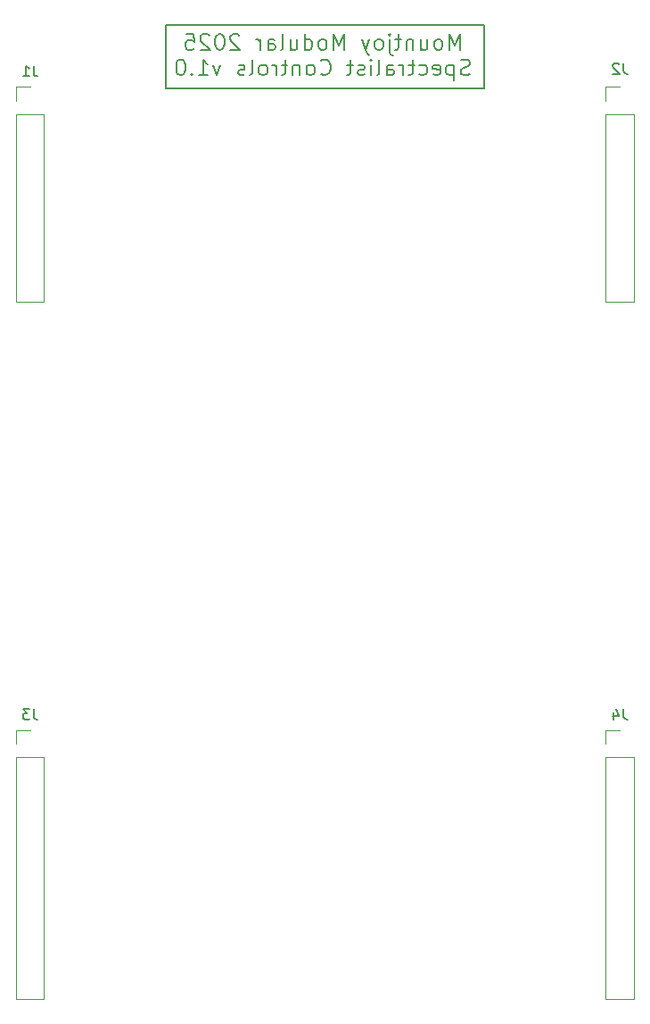
<source format=gbr>
%TF.GenerationSoftware,KiCad,Pcbnew,8.0.7*%
%TF.CreationDate,2025-01-17T12:44:41+00:00*%
%TF.ProjectId,Spectralist_Controls,53706563-7472-4616-9c69-73745f436f6e,rev?*%
%TF.SameCoordinates,Original*%
%TF.FileFunction,Legend,Bot*%
%TF.FilePolarity,Positive*%
%FSLAX46Y46*%
G04 Gerber Fmt 4.6, Leading zero omitted, Abs format (unit mm)*
G04 Created by KiCad (PCBNEW 8.0.7) date 2025-01-17 12:44:41*
%MOMM*%
%LPD*%
G01*
G04 APERTURE LIST*
%ADD10C,0.150000*%
%ADD11C,0.200000*%
%ADD12C,0.120000*%
G04 APERTURE END LIST*
D10*
X114900000Y-50800000D02*
X145100000Y-50800000D01*
X145100000Y-56800000D01*
X114900000Y-56800000D01*
X114900000Y-50800000D01*
D11*
X142799999Y-53176070D02*
X142799999Y-51676070D01*
X142799999Y-51676070D02*
X142299999Y-52747499D01*
X142299999Y-52747499D02*
X141799999Y-51676070D01*
X141799999Y-51676070D02*
X141799999Y-53176070D01*
X140871427Y-53176070D02*
X141014284Y-53104642D01*
X141014284Y-53104642D02*
X141085713Y-53033213D01*
X141085713Y-53033213D02*
X141157141Y-52890356D01*
X141157141Y-52890356D02*
X141157141Y-52461784D01*
X141157141Y-52461784D02*
X141085713Y-52318927D01*
X141085713Y-52318927D02*
X141014284Y-52247499D01*
X141014284Y-52247499D02*
X140871427Y-52176070D01*
X140871427Y-52176070D02*
X140657141Y-52176070D01*
X140657141Y-52176070D02*
X140514284Y-52247499D01*
X140514284Y-52247499D02*
X140442856Y-52318927D01*
X140442856Y-52318927D02*
X140371427Y-52461784D01*
X140371427Y-52461784D02*
X140371427Y-52890356D01*
X140371427Y-52890356D02*
X140442856Y-53033213D01*
X140442856Y-53033213D02*
X140514284Y-53104642D01*
X140514284Y-53104642D02*
X140657141Y-53176070D01*
X140657141Y-53176070D02*
X140871427Y-53176070D01*
X139085713Y-52176070D02*
X139085713Y-53176070D01*
X139728570Y-52176070D02*
X139728570Y-52961784D01*
X139728570Y-52961784D02*
X139657141Y-53104642D01*
X139657141Y-53104642D02*
X139514284Y-53176070D01*
X139514284Y-53176070D02*
X139299998Y-53176070D01*
X139299998Y-53176070D02*
X139157141Y-53104642D01*
X139157141Y-53104642D02*
X139085713Y-53033213D01*
X138371427Y-52176070D02*
X138371427Y-53176070D01*
X138371427Y-52318927D02*
X138299998Y-52247499D01*
X138299998Y-52247499D02*
X138157141Y-52176070D01*
X138157141Y-52176070D02*
X137942855Y-52176070D01*
X137942855Y-52176070D02*
X137799998Y-52247499D01*
X137799998Y-52247499D02*
X137728570Y-52390356D01*
X137728570Y-52390356D02*
X137728570Y-53176070D01*
X137228569Y-52176070D02*
X136657141Y-52176070D01*
X137014284Y-51676070D02*
X137014284Y-52961784D01*
X137014284Y-52961784D02*
X136942855Y-53104642D01*
X136942855Y-53104642D02*
X136799998Y-53176070D01*
X136799998Y-53176070D02*
X136657141Y-53176070D01*
X136157141Y-52176070D02*
X136157141Y-53461784D01*
X136157141Y-53461784D02*
X136228569Y-53604642D01*
X136228569Y-53604642D02*
X136371426Y-53676070D01*
X136371426Y-53676070D02*
X136442855Y-53676070D01*
X136157141Y-51676070D02*
X136228569Y-51747499D01*
X136228569Y-51747499D02*
X136157141Y-51818927D01*
X136157141Y-51818927D02*
X136085712Y-51747499D01*
X136085712Y-51747499D02*
X136157141Y-51676070D01*
X136157141Y-51676070D02*
X136157141Y-51818927D01*
X135228569Y-53176070D02*
X135371426Y-53104642D01*
X135371426Y-53104642D02*
X135442855Y-53033213D01*
X135442855Y-53033213D02*
X135514283Y-52890356D01*
X135514283Y-52890356D02*
X135514283Y-52461784D01*
X135514283Y-52461784D02*
X135442855Y-52318927D01*
X135442855Y-52318927D02*
X135371426Y-52247499D01*
X135371426Y-52247499D02*
X135228569Y-52176070D01*
X135228569Y-52176070D02*
X135014283Y-52176070D01*
X135014283Y-52176070D02*
X134871426Y-52247499D01*
X134871426Y-52247499D02*
X134799998Y-52318927D01*
X134799998Y-52318927D02*
X134728569Y-52461784D01*
X134728569Y-52461784D02*
X134728569Y-52890356D01*
X134728569Y-52890356D02*
X134799998Y-53033213D01*
X134799998Y-53033213D02*
X134871426Y-53104642D01*
X134871426Y-53104642D02*
X135014283Y-53176070D01*
X135014283Y-53176070D02*
X135228569Y-53176070D01*
X134228569Y-52176070D02*
X133871426Y-53176070D01*
X133514283Y-52176070D02*
X133871426Y-53176070D01*
X133871426Y-53176070D02*
X134014283Y-53533213D01*
X134014283Y-53533213D02*
X134085712Y-53604642D01*
X134085712Y-53604642D02*
X134228569Y-53676070D01*
X131799998Y-53176070D02*
X131799998Y-51676070D01*
X131799998Y-51676070D02*
X131299998Y-52747499D01*
X131299998Y-52747499D02*
X130799998Y-51676070D01*
X130799998Y-51676070D02*
X130799998Y-53176070D01*
X129871426Y-53176070D02*
X130014283Y-53104642D01*
X130014283Y-53104642D02*
X130085712Y-53033213D01*
X130085712Y-53033213D02*
X130157140Y-52890356D01*
X130157140Y-52890356D02*
X130157140Y-52461784D01*
X130157140Y-52461784D02*
X130085712Y-52318927D01*
X130085712Y-52318927D02*
X130014283Y-52247499D01*
X130014283Y-52247499D02*
X129871426Y-52176070D01*
X129871426Y-52176070D02*
X129657140Y-52176070D01*
X129657140Y-52176070D02*
X129514283Y-52247499D01*
X129514283Y-52247499D02*
X129442855Y-52318927D01*
X129442855Y-52318927D02*
X129371426Y-52461784D01*
X129371426Y-52461784D02*
X129371426Y-52890356D01*
X129371426Y-52890356D02*
X129442855Y-53033213D01*
X129442855Y-53033213D02*
X129514283Y-53104642D01*
X129514283Y-53104642D02*
X129657140Y-53176070D01*
X129657140Y-53176070D02*
X129871426Y-53176070D01*
X128085712Y-53176070D02*
X128085712Y-51676070D01*
X128085712Y-53104642D02*
X128228569Y-53176070D01*
X128228569Y-53176070D02*
X128514283Y-53176070D01*
X128514283Y-53176070D02*
X128657140Y-53104642D01*
X128657140Y-53104642D02*
X128728569Y-53033213D01*
X128728569Y-53033213D02*
X128799997Y-52890356D01*
X128799997Y-52890356D02*
X128799997Y-52461784D01*
X128799997Y-52461784D02*
X128728569Y-52318927D01*
X128728569Y-52318927D02*
X128657140Y-52247499D01*
X128657140Y-52247499D02*
X128514283Y-52176070D01*
X128514283Y-52176070D02*
X128228569Y-52176070D01*
X128228569Y-52176070D02*
X128085712Y-52247499D01*
X126728569Y-52176070D02*
X126728569Y-53176070D01*
X127371426Y-52176070D02*
X127371426Y-52961784D01*
X127371426Y-52961784D02*
X127299997Y-53104642D01*
X127299997Y-53104642D02*
X127157140Y-53176070D01*
X127157140Y-53176070D02*
X126942854Y-53176070D01*
X126942854Y-53176070D02*
X126799997Y-53104642D01*
X126799997Y-53104642D02*
X126728569Y-53033213D01*
X125799997Y-53176070D02*
X125942854Y-53104642D01*
X125942854Y-53104642D02*
X126014283Y-52961784D01*
X126014283Y-52961784D02*
X126014283Y-51676070D01*
X124585712Y-53176070D02*
X124585712Y-52390356D01*
X124585712Y-52390356D02*
X124657140Y-52247499D01*
X124657140Y-52247499D02*
X124799997Y-52176070D01*
X124799997Y-52176070D02*
X125085712Y-52176070D01*
X125085712Y-52176070D02*
X125228569Y-52247499D01*
X124585712Y-53104642D02*
X124728569Y-53176070D01*
X124728569Y-53176070D02*
X125085712Y-53176070D01*
X125085712Y-53176070D02*
X125228569Y-53104642D01*
X125228569Y-53104642D02*
X125299997Y-52961784D01*
X125299997Y-52961784D02*
X125299997Y-52818927D01*
X125299997Y-52818927D02*
X125228569Y-52676070D01*
X125228569Y-52676070D02*
X125085712Y-52604642D01*
X125085712Y-52604642D02*
X124728569Y-52604642D01*
X124728569Y-52604642D02*
X124585712Y-52533213D01*
X123871426Y-53176070D02*
X123871426Y-52176070D01*
X123871426Y-52461784D02*
X123799997Y-52318927D01*
X123799997Y-52318927D02*
X123728569Y-52247499D01*
X123728569Y-52247499D02*
X123585711Y-52176070D01*
X123585711Y-52176070D02*
X123442854Y-52176070D01*
X121871426Y-51818927D02*
X121799998Y-51747499D01*
X121799998Y-51747499D02*
X121657141Y-51676070D01*
X121657141Y-51676070D02*
X121299998Y-51676070D01*
X121299998Y-51676070D02*
X121157141Y-51747499D01*
X121157141Y-51747499D02*
X121085712Y-51818927D01*
X121085712Y-51818927D02*
X121014283Y-51961784D01*
X121014283Y-51961784D02*
X121014283Y-52104642D01*
X121014283Y-52104642D02*
X121085712Y-52318927D01*
X121085712Y-52318927D02*
X121942855Y-53176070D01*
X121942855Y-53176070D02*
X121014283Y-53176070D01*
X120085712Y-51676070D02*
X119942855Y-51676070D01*
X119942855Y-51676070D02*
X119799998Y-51747499D01*
X119799998Y-51747499D02*
X119728570Y-51818927D01*
X119728570Y-51818927D02*
X119657141Y-51961784D01*
X119657141Y-51961784D02*
X119585712Y-52247499D01*
X119585712Y-52247499D02*
X119585712Y-52604642D01*
X119585712Y-52604642D02*
X119657141Y-52890356D01*
X119657141Y-52890356D02*
X119728570Y-53033213D01*
X119728570Y-53033213D02*
X119799998Y-53104642D01*
X119799998Y-53104642D02*
X119942855Y-53176070D01*
X119942855Y-53176070D02*
X120085712Y-53176070D01*
X120085712Y-53176070D02*
X120228570Y-53104642D01*
X120228570Y-53104642D02*
X120299998Y-53033213D01*
X120299998Y-53033213D02*
X120371427Y-52890356D01*
X120371427Y-52890356D02*
X120442855Y-52604642D01*
X120442855Y-52604642D02*
X120442855Y-52247499D01*
X120442855Y-52247499D02*
X120371427Y-51961784D01*
X120371427Y-51961784D02*
X120299998Y-51818927D01*
X120299998Y-51818927D02*
X120228570Y-51747499D01*
X120228570Y-51747499D02*
X120085712Y-51676070D01*
X119014284Y-51818927D02*
X118942856Y-51747499D01*
X118942856Y-51747499D02*
X118799999Y-51676070D01*
X118799999Y-51676070D02*
X118442856Y-51676070D01*
X118442856Y-51676070D02*
X118299999Y-51747499D01*
X118299999Y-51747499D02*
X118228570Y-51818927D01*
X118228570Y-51818927D02*
X118157141Y-51961784D01*
X118157141Y-51961784D02*
X118157141Y-52104642D01*
X118157141Y-52104642D02*
X118228570Y-52318927D01*
X118228570Y-52318927D02*
X119085713Y-53176070D01*
X119085713Y-53176070D02*
X118157141Y-53176070D01*
X116799999Y-51676070D02*
X117514285Y-51676070D01*
X117514285Y-51676070D02*
X117585713Y-52390356D01*
X117585713Y-52390356D02*
X117514285Y-52318927D01*
X117514285Y-52318927D02*
X117371428Y-52247499D01*
X117371428Y-52247499D02*
X117014285Y-52247499D01*
X117014285Y-52247499D02*
X116871428Y-52318927D01*
X116871428Y-52318927D02*
X116799999Y-52390356D01*
X116799999Y-52390356D02*
X116728570Y-52533213D01*
X116728570Y-52533213D02*
X116728570Y-52890356D01*
X116728570Y-52890356D02*
X116799999Y-53033213D01*
X116799999Y-53033213D02*
X116871428Y-53104642D01*
X116871428Y-53104642D02*
X117014285Y-53176070D01*
X117014285Y-53176070D02*
X117371428Y-53176070D01*
X117371428Y-53176070D02*
X117514285Y-53104642D01*
X117514285Y-53104642D02*
X117585713Y-53033213D01*
X143728570Y-55519558D02*
X143514285Y-55590986D01*
X143514285Y-55590986D02*
X143157142Y-55590986D01*
X143157142Y-55590986D02*
X143014285Y-55519558D01*
X143014285Y-55519558D02*
X142942856Y-55448129D01*
X142942856Y-55448129D02*
X142871427Y-55305272D01*
X142871427Y-55305272D02*
X142871427Y-55162415D01*
X142871427Y-55162415D02*
X142942856Y-55019558D01*
X142942856Y-55019558D02*
X143014285Y-54948129D01*
X143014285Y-54948129D02*
X143157142Y-54876700D01*
X143157142Y-54876700D02*
X143442856Y-54805272D01*
X143442856Y-54805272D02*
X143585713Y-54733843D01*
X143585713Y-54733843D02*
X143657142Y-54662415D01*
X143657142Y-54662415D02*
X143728570Y-54519558D01*
X143728570Y-54519558D02*
X143728570Y-54376700D01*
X143728570Y-54376700D02*
X143657142Y-54233843D01*
X143657142Y-54233843D02*
X143585713Y-54162415D01*
X143585713Y-54162415D02*
X143442856Y-54090986D01*
X143442856Y-54090986D02*
X143085713Y-54090986D01*
X143085713Y-54090986D02*
X142871427Y-54162415D01*
X142228571Y-54590986D02*
X142228571Y-56090986D01*
X142228571Y-54662415D02*
X142085714Y-54590986D01*
X142085714Y-54590986D02*
X141799999Y-54590986D01*
X141799999Y-54590986D02*
X141657142Y-54662415D01*
X141657142Y-54662415D02*
X141585714Y-54733843D01*
X141585714Y-54733843D02*
X141514285Y-54876700D01*
X141514285Y-54876700D02*
X141514285Y-55305272D01*
X141514285Y-55305272D02*
X141585714Y-55448129D01*
X141585714Y-55448129D02*
X141657142Y-55519558D01*
X141657142Y-55519558D02*
X141799999Y-55590986D01*
X141799999Y-55590986D02*
X142085714Y-55590986D01*
X142085714Y-55590986D02*
X142228571Y-55519558D01*
X140299999Y-55519558D02*
X140442856Y-55590986D01*
X140442856Y-55590986D02*
X140728571Y-55590986D01*
X140728571Y-55590986D02*
X140871428Y-55519558D01*
X140871428Y-55519558D02*
X140942856Y-55376700D01*
X140942856Y-55376700D02*
X140942856Y-54805272D01*
X140942856Y-54805272D02*
X140871428Y-54662415D01*
X140871428Y-54662415D02*
X140728571Y-54590986D01*
X140728571Y-54590986D02*
X140442856Y-54590986D01*
X140442856Y-54590986D02*
X140299999Y-54662415D01*
X140299999Y-54662415D02*
X140228571Y-54805272D01*
X140228571Y-54805272D02*
X140228571Y-54948129D01*
X140228571Y-54948129D02*
X140942856Y-55090986D01*
X138942857Y-55519558D02*
X139085714Y-55590986D01*
X139085714Y-55590986D02*
X139371428Y-55590986D01*
X139371428Y-55590986D02*
X139514285Y-55519558D01*
X139514285Y-55519558D02*
X139585714Y-55448129D01*
X139585714Y-55448129D02*
X139657142Y-55305272D01*
X139657142Y-55305272D02*
X139657142Y-54876700D01*
X139657142Y-54876700D02*
X139585714Y-54733843D01*
X139585714Y-54733843D02*
X139514285Y-54662415D01*
X139514285Y-54662415D02*
X139371428Y-54590986D01*
X139371428Y-54590986D02*
X139085714Y-54590986D01*
X139085714Y-54590986D02*
X138942857Y-54662415D01*
X138514285Y-54590986D02*
X137942857Y-54590986D01*
X138300000Y-54090986D02*
X138300000Y-55376700D01*
X138300000Y-55376700D02*
X138228571Y-55519558D01*
X138228571Y-55519558D02*
X138085714Y-55590986D01*
X138085714Y-55590986D02*
X137942857Y-55590986D01*
X137442857Y-55590986D02*
X137442857Y-54590986D01*
X137442857Y-54876700D02*
X137371428Y-54733843D01*
X137371428Y-54733843D02*
X137300000Y-54662415D01*
X137300000Y-54662415D02*
X137157142Y-54590986D01*
X137157142Y-54590986D02*
X137014285Y-54590986D01*
X135871429Y-55590986D02*
X135871429Y-54805272D01*
X135871429Y-54805272D02*
X135942857Y-54662415D01*
X135942857Y-54662415D02*
X136085714Y-54590986D01*
X136085714Y-54590986D02*
X136371429Y-54590986D01*
X136371429Y-54590986D02*
X136514286Y-54662415D01*
X135871429Y-55519558D02*
X136014286Y-55590986D01*
X136014286Y-55590986D02*
X136371429Y-55590986D01*
X136371429Y-55590986D02*
X136514286Y-55519558D01*
X136514286Y-55519558D02*
X136585714Y-55376700D01*
X136585714Y-55376700D02*
X136585714Y-55233843D01*
X136585714Y-55233843D02*
X136514286Y-55090986D01*
X136514286Y-55090986D02*
X136371429Y-55019558D01*
X136371429Y-55019558D02*
X136014286Y-55019558D01*
X136014286Y-55019558D02*
X135871429Y-54948129D01*
X134942857Y-55590986D02*
X135085714Y-55519558D01*
X135085714Y-55519558D02*
X135157143Y-55376700D01*
X135157143Y-55376700D02*
X135157143Y-54090986D01*
X134371429Y-55590986D02*
X134371429Y-54590986D01*
X134371429Y-54090986D02*
X134442857Y-54162415D01*
X134442857Y-54162415D02*
X134371429Y-54233843D01*
X134371429Y-54233843D02*
X134300000Y-54162415D01*
X134300000Y-54162415D02*
X134371429Y-54090986D01*
X134371429Y-54090986D02*
X134371429Y-54233843D01*
X133728571Y-55519558D02*
X133585714Y-55590986D01*
X133585714Y-55590986D02*
X133300000Y-55590986D01*
X133300000Y-55590986D02*
X133157143Y-55519558D01*
X133157143Y-55519558D02*
X133085714Y-55376700D01*
X133085714Y-55376700D02*
X133085714Y-55305272D01*
X133085714Y-55305272D02*
X133157143Y-55162415D01*
X133157143Y-55162415D02*
X133300000Y-55090986D01*
X133300000Y-55090986D02*
X133514286Y-55090986D01*
X133514286Y-55090986D02*
X133657143Y-55019558D01*
X133657143Y-55019558D02*
X133728571Y-54876700D01*
X133728571Y-54876700D02*
X133728571Y-54805272D01*
X133728571Y-54805272D02*
X133657143Y-54662415D01*
X133657143Y-54662415D02*
X133514286Y-54590986D01*
X133514286Y-54590986D02*
X133300000Y-54590986D01*
X133300000Y-54590986D02*
X133157143Y-54662415D01*
X132657142Y-54590986D02*
X132085714Y-54590986D01*
X132442857Y-54090986D02*
X132442857Y-55376700D01*
X132442857Y-55376700D02*
X132371428Y-55519558D01*
X132371428Y-55519558D02*
X132228571Y-55590986D01*
X132228571Y-55590986D02*
X132085714Y-55590986D01*
X129585714Y-55448129D02*
X129657142Y-55519558D01*
X129657142Y-55519558D02*
X129871428Y-55590986D01*
X129871428Y-55590986D02*
X130014285Y-55590986D01*
X130014285Y-55590986D02*
X130228571Y-55519558D01*
X130228571Y-55519558D02*
X130371428Y-55376700D01*
X130371428Y-55376700D02*
X130442857Y-55233843D01*
X130442857Y-55233843D02*
X130514285Y-54948129D01*
X130514285Y-54948129D02*
X130514285Y-54733843D01*
X130514285Y-54733843D02*
X130442857Y-54448129D01*
X130442857Y-54448129D02*
X130371428Y-54305272D01*
X130371428Y-54305272D02*
X130228571Y-54162415D01*
X130228571Y-54162415D02*
X130014285Y-54090986D01*
X130014285Y-54090986D02*
X129871428Y-54090986D01*
X129871428Y-54090986D02*
X129657142Y-54162415D01*
X129657142Y-54162415D02*
X129585714Y-54233843D01*
X128728571Y-55590986D02*
X128871428Y-55519558D01*
X128871428Y-55519558D02*
X128942857Y-55448129D01*
X128942857Y-55448129D02*
X129014285Y-55305272D01*
X129014285Y-55305272D02*
X129014285Y-54876700D01*
X129014285Y-54876700D02*
X128942857Y-54733843D01*
X128942857Y-54733843D02*
X128871428Y-54662415D01*
X128871428Y-54662415D02*
X128728571Y-54590986D01*
X128728571Y-54590986D02*
X128514285Y-54590986D01*
X128514285Y-54590986D02*
X128371428Y-54662415D01*
X128371428Y-54662415D02*
X128300000Y-54733843D01*
X128300000Y-54733843D02*
X128228571Y-54876700D01*
X128228571Y-54876700D02*
X128228571Y-55305272D01*
X128228571Y-55305272D02*
X128300000Y-55448129D01*
X128300000Y-55448129D02*
X128371428Y-55519558D01*
X128371428Y-55519558D02*
X128514285Y-55590986D01*
X128514285Y-55590986D02*
X128728571Y-55590986D01*
X127585714Y-54590986D02*
X127585714Y-55590986D01*
X127585714Y-54733843D02*
X127514285Y-54662415D01*
X127514285Y-54662415D02*
X127371428Y-54590986D01*
X127371428Y-54590986D02*
X127157142Y-54590986D01*
X127157142Y-54590986D02*
X127014285Y-54662415D01*
X127014285Y-54662415D02*
X126942857Y-54805272D01*
X126942857Y-54805272D02*
X126942857Y-55590986D01*
X126442856Y-54590986D02*
X125871428Y-54590986D01*
X126228571Y-54090986D02*
X126228571Y-55376700D01*
X126228571Y-55376700D02*
X126157142Y-55519558D01*
X126157142Y-55519558D02*
X126014285Y-55590986D01*
X126014285Y-55590986D02*
X125871428Y-55590986D01*
X125371428Y-55590986D02*
X125371428Y-54590986D01*
X125371428Y-54876700D02*
X125299999Y-54733843D01*
X125299999Y-54733843D02*
X125228571Y-54662415D01*
X125228571Y-54662415D02*
X125085713Y-54590986D01*
X125085713Y-54590986D02*
X124942856Y-54590986D01*
X124228571Y-55590986D02*
X124371428Y-55519558D01*
X124371428Y-55519558D02*
X124442857Y-55448129D01*
X124442857Y-55448129D02*
X124514285Y-55305272D01*
X124514285Y-55305272D02*
X124514285Y-54876700D01*
X124514285Y-54876700D02*
X124442857Y-54733843D01*
X124442857Y-54733843D02*
X124371428Y-54662415D01*
X124371428Y-54662415D02*
X124228571Y-54590986D01*
X124228571Y-54590986D02*
X124014285Y-54590986D01*
X124014285Y-54590986D02*
X123871428Y-54662415D01*
X123871428Y-54662415D02*
X123800000Y-54733843D01*
X123800000Y-54733843D02*
X123728571Y-54876700D01*
X123728571Y-54876700D02*
X123728571Y-55305272D01*
X123728571Y-55305272D02*
X123800000Y-55448129D01*
X123800000Y-55448129D02*
X123871428Y-55519558D01*
X123871428Y-55519558D02*
X124014285Y-55590986D01*
X124014285Y-55590986D02*
X124228571Y-55590986D01*
X122871428Y-55590986D02*
X123014285Y-55519558D01*
X123014285Y-55519558D02*
X123085714Y-55376700D01*
X123085714Y-55376700D02*
X123085714Y-54090986D01*
X122371428Y-55519558D02*
X122228571Y-55590986D01*
X122228571Y-55590986D02*
X121942857Y-55590986D01*
X121942857Y-55590986D02*
X121800000Y-55519558D01*
X121800000Y-55519558D02*
X121728571Y-55376700D01*
X121728571Y-55376700D02*
X121728571Y-55305272D01*
X121728571Y-55305272D02*
X121800000Y-55162415D01*
X121800000Y-55162415D02*
X121942857Y-55090986D01*
X121942857Y-55090986D02*
X122157143Y-55090986D01*
X122157143Y-55090986D02*
X122300000Y-55019558D01*
X122300000Y-55019558D02*
X122371428Y-54876700D01*
X122371428Y-54876700D02*
X122371428Y-54805272D01*
X122371428Y-54805272D02*
X122300000Y-54662415D01*
X122300000Y-54662415D02*
X122157143Y-54590986D01*
X122157143Y-54590986D02*
X121942857Y-54590986D01*
X121942857Y-54590986D02*
X121800000Y-54662415D01*
X120085714Y-54590986D02*
X119728571Y-55590986D01*
X119728571Y-55590986D02*
X119371428Y-54590986D01*
X118014285Y-55590986D02*
X118871428Y-55590986D01*
X118442857Y-55590986D02*
X118442857Y-54090986D01*
X118442857Y-54090986D02*
X118585714Y-54305272D01*
X118585714Y-54305272D02*
X118728571Y-54448129D01*
X118728571Y-54448129D02*
X118871428Y-54519558D01*
X117371429Y-55448129D02*
X117300000Y-55519558D01*
X117300000Y-55519558D02*
X117371429Y-55590986D01*
X117371429Y-55590986D02*
X117442857Y-55519558D01*
X117442857Y-55519558D02*
X117371429Y-55448129D01*
X117371429Y-55448129D02*
X117371429Y-55590986D01*
X116371428Y-54090986D02*
X116228571Y-54090986D01*
X116228571Y-54090986D02*
X116085714Y-54162415D01*
X116085714Y-54162415D02*
X116014286Y-54233843D01*
X116014286Y-54233843D02*
X115942857Y-54376700D01*
X115942857Y-54376700D02*
X115871428Y-54662415D01*
X115871428Y-54662415D02*
X115871428Y-55019558D01*
X115871428Y-55019558D02*
X115942857Y-55305272D01*
X115942857Y-55305272D02*
X116014286Y-55448129D01*
X116014286Y-55448129D02*
X116085714Y-55519558D01*
X116085714Y-55519558D02*
X116228571Y-55590986D01*
X116228571Y-55590986D02*
X116371428Y-55590986D01*
X116371428Y-55590986D02*
X116514286Y-55519558D01*
X116514286Y-55519558D02*
X116585714Y-55448129D01*
X116585714Y-55448129D02*
X116657143Y-55305272D01*
X116657143Y-55305272D02*
X116728571Y-55019558D01*
X116728571Y-55019558D02*
X116728571Y-54662415D01*
X116728571Y-54662415D02*
X116657143Y-54376700D01*
X116657143Y-54376700D02*
X116585714Y-54233843D01*
X116585714Y-54233843D02*
X116514286Y-54162415D01*
X116514286Y-54162415D02*
X116371428Y-54090986D01*
D10*
X102333333Y-115684819D02*
X102333333Y-116399104D01*
X102333333Y-116399104D02*
X102380952Y-116541961D01*
X102380952Y-116541961D02*
X102476190Y-116637200D01*
X102476190Y-116637200D02*
X102619047Y-116684819D01*
X102619047Y-116684819D02*
X102714285Y-116684819D01*
X101952380Y-115684819D02*
X101333333Y-115684819D01*
X101333333Y-115684819D02*
X101666666Y-116065771D01*
X101666666Y-116065771D02*
X101523809Y-116065771D01*
X101523809Y-116065771D02*
X101428571Y-116113390D01*
X101428571Y-116113390D02*
X101380952Y-116161009D01*
X101380952Y-116161009D02*
X101333333Y-116256247D01*
X101333333Y-116256247D02*
X101333333Y-116494342D01*
X101333333Y-116494342D02*
X101380952Y-116589580D01*
X101380952Y-116589580D02*
X101428571Y-116637200D01*
X101428571Y-116637200D02*
X101523809Y-116684819D01*
X101523809Y-116684819D02*
X101809523Y-116684819D01*
X101809523Y-116684819D02*
X101904761Y-116637200D01*
X101904761Y-116637200D02*
X101952380Y-116589580D01*
X102333333Y-54684819D02*
X102333333Y-55399104D01*
X102333333Y-55399104D02*
X102380952Y-55541961D01*
X102380952Y-55541961D02*
X102476190Y-55637200D01*
X102476190Y-55637200D02*
X102619047Y-55684819D01*
X102619047Y-55684819D02*
X102714285Y-55684819D01*
X101333333Y-55684819D02*
X101904761Y-55684819D01*
X101619047Y-55684819D02*
X101619047Y-54684819D01*
X101619047Y-54684819D02*
X101714285Y-54827676D01*
X101714285Y-54827676D02*
X101809523Y-54922914D01*
X101809523Y-54922914D02*
X101904761Y-54970533D01*
X158333333Y-115684819D02*
X158333333Y-116399104D01*
X158333333Y-116399104D02*
X158380952Y-116541961D01*
X158380952Y-116541961D02*
X158476190Y-116637200D01*
X158476190Y-116637200D02*
X158619047Y-116684819D01*
X158619047Y-116684819D02*
X158714285Y-116684819D01*
X157428571Y-116018152D02*
X157428571Y-116684819D01*
X157666666Y-115637200D02*
X157904761Y-116351485D01*
X157904761Y-116351485D02*
X157285714Y-116351485D01*
X158333333Y-54454819D02*
X158333333Y-55169104D01*
X158333333Y-55169104D02*
X158380952Y-55311961D01*
X158380952Y-55311961D02*
X158476190Y-55407200D01*
X158476190Y-55407200D02*
X158619047Y-55454819D01*
X158619047Y-55454819D02*
X158714285Y-55454819D01*
X157904761Y-54550057D02*
X157857142Y-54502438D01*
X157857142Y-54502438D02*
X157761904Y-54454819D01*
X157761904Y-54454819D02*
X157523809Y-54454819D01*
X157523809Y-54454819D02*
X157428571Y-54502438D01*
X157428571Y-54502438D02*
X157380952Y-54550057D01*
X157380952Y-54550057D02*
X157333333Y-54645295D01*
X157333333Y-54645295D02*
X157333333Y-54740533D01*
X157333333Y-54740533D02*
X157380952Y-54883390D01*
X157380952Y-54883390D02*
X157952380Y-55454819D01*
X157952380Y-55454819D02*
X157333333Y-55454819D01*
D12*
%TO.C,J3*%
X100670000Y-117670000D02*
X102000000Y-117670000D01*
X100670000Y-119000000D02*
X100670000Y-117670000D01*
X100670000Y-120270000D02*
X103330000Y-120270000D01*
X100670000Y-143190000D02*
X100670000Y-120270000D01*
X100670000Y-143190000D02*
X103330000Y-143190000D01*
X103330000Y-143190000D02*
X103330000Y-120270000D01*
%TO.C,J1*%
X100670000Y-56670000D02*
X102000000Y-56670000D01*
X100670000Y-58000000D02*
X100670000Y-56670000D01*
X100670000Y-59270000D02*
X103330000Y-59270000D01*
X100670000Y-77110000D02*
X100670000Y-59270000D01*
X100670000Y-77110000D02*
X103330000Y-77110000D01*
X103330000Y-77110000D02*
X103330000Y-59270000D01*
%TO.C,J4*%
X156670000Y-117670000D02*
X158000000Y-117670000D01*
X156670000Y-119000000D02*
X156670000Y-117670000D01*
X156670000Y-120270000D02*
X159330000Y-120270000D01*
X156670000Y-143190000D02*
X156670000Y-120270000D01*
X156670000Y-143190000D02*
X159330000Y-143190000D01*
X159330000Y-143190000D02*
X159330000Y-120270000D01*
%TO.C,J2*%
X156670000Y-56670000D02*
X158000000Y-56670000D01*
X156670000Y-58000000D02*
X156670000Y-56670000D01*
X156670000Y-59270000D02*
X159330000Y-59270000D01*
X156670000Y-77110000D02*
X156670000Y-59270000D01*
X156670000Y-77110000D02*
X159330000Y-77110000D01*
X159330000Y-77110000D02*
X159330000Y-59270000D01*
%TD*%
M02*

</source>
